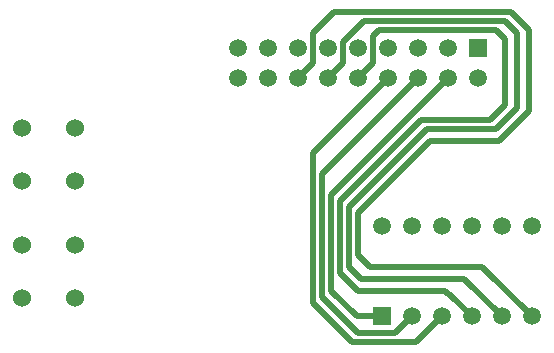
<source format=gbl>
%FSDAX24Y24*%
%MOIN*%
%SFA1B1*%

%IPPOS*%
%ADD24C,0.020000*%
%ADD25C,0.060000*%
%ADD26R,0.059055X0.059055*%
%ADD27C,0.059055*%
%ADD28R,0.059055X0.059055*%
%ADD29C,0.059055*%
%LNpcb_controlboard-1*%
%LPD*%
G54D24*
X018900Y008120D02*
Y010820D01*
X017900Y007120D02*
X018900Y008120D01*
X018300Y011420D02*
X018900Y010820D01*
X018100Y011120D02*
X018500Y010720D01*
X017800Y007520D02*
X018500Y008220D01*
Y010720*
X017800Y010820D02*
X018100Y010520D01*
X017600Y007820D02*
X018100Y008320D01*
Y010520*
X013400Y011120D02*
X018100D01*
X015600Y007120D02*
X017900D01*
X013200Y004720D02*
X015600Y007120D01*
X013200Y003320D02*
Y004720D01*
X012900Y004920D02*
X015500Y007520D01*
X017800*
X012900Y002920D02*
Y004920D01*
X015300Y007820D02*
X017600D01*
X012600Y005120D02*
X015300Y007820D01*
X012600Y002720D02*
Y005120D01*
X013200Y003320D02*
X013600Y002920D01*
X012900D02*
X013300Y002520D01*
X012600Y002720D02*
X013200Y002120D01*
X017330Y002920D02*
X018980Y001270D01*
X013600Y002920D02*
X017330D01*
X012400Y011420D02*
X018300D01*
X011674Y010694D02*
X012400Y011420D01*
X012700Y010420D02*
X013400Y011120D01*
X011674Y009694D02*
Y010694D01*
X011200Y009220D02*
X011674Y009694D01*
X016730Y002520D02*
X017980Y001270D01*
X013300Y002520D02*
X016730D01*
X013200Y002120D02*
X016100D01*
X016200Y002020D02*
X016230D01*
X016980Y001270*
X016100Y002120D02*
X016200Y002020D01*
X013900Y010820D02*
X017800D01*
X012700Y009720D02*
Y010420D01*
X012200Y009220D02*
X012700Y009720D01*
X013674Y010594D02*
X013900Y010820D01*
X013674Y009694D02*
Y010594D01*
X013200Y009220D02*
X013674Y009694D01*
X012300Y002120D02*
X013150Y001270D01*
X013980*
X012300Y002120D02*
Y005320D01*
X011700Y006720D02*
X014200Y009220D01*
X011700Y001720D02*
Y006720D01*
Y001720D02*
X013000Y000420D01*
X012000Y006020D02*
X015200Y009220D01*
X012000Y001920D02*
Y006020D01*
Y001920D02*
X013200Y000720D01*
X013000Y000420D02*
X015130D01*
X013200Y000720D02*
X014430D01*
X015130Y000420D02*
X015980Y001270D01*
X014430Y000720D02*
X014980Y001270D01*
X012300Y005320D02*
X016200Y009220D01*
G54D25*
X001994Y007555D03*
X003765D03*
X001994Y005784D03*
X003765D03*
X001994Y003655D03*
X003765D03*
X001994Y001884D03*
X003765D03*
G54D26*
X017200Y010220D03*
G54D27*
X009200Y009220D03*
Y010220D03*
X010200Y009220D03*
Y010220D03*
X011200Y009220D03*
Y010220D03*
X012200Y009220D03*
Y010220D03*
X013200Y009220D03*
Y010220D03*
X014200Y009220D03*
Y010220D03*
X015200Y009220D03*
Y010220D03*
X016200Y009220D03*
Y010220D03*
X017200Y009220D03*
X018980Y001270D03*
X013980Y004270D03*
X014980D03*
X015980D03*
X016980D03*
X017980D03*
X018980D03*
G54D28*
X013980Y001270D03*
G54D29*
X014980Y001270D03*
X015980D03*
X016980D03*
X017980D03*
M02*
</source>
